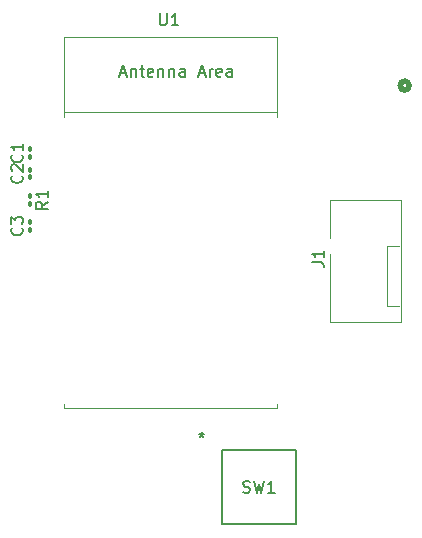
<source format=gbr>
G04 #@! TF.GenerationSoftware,KiCad,Pcbnew,7.0.8*
G04 #@! TF.CreationDate,2024-01-24T14:29:51-05:00*
G04 #@! TF.ProjectId,ESP32 Soil Moisture Sensor,45535033-3220-4536-9f69-6c204d6f6973,rev?*
G04 #@! TF.SameCoordinates,Original*
G04 #@! TF.FileFunction,Legend,Top*
G04 #@! TF.FilePolarity,Positive*
%FSLAX46Y46*%
G04 Gerber Fmt 4.6, Leading zero omitted, Abs format (unit mm)*
G04 Created by KiCad (PCBNEW 7.0.8) date 2024-01-24 14:29:51*
%MOMM*%
%LPD*%
G01*
G04 APERTURE LIST*
G04 Aperture macros list*
%AMRoundRect*
0 Rectangle with rounded corners*
0 $1 Rounding radius*
0 $2 $3 $4 $5 $6 $7 $8 $9 X,Y pos of 4 corners*
0 Add a 4 corners polygon primitive as box body*
4,1,4,$2,$3,$4,$5,$6,$7,$8,$9,$2,$3,0*
0 Add four circle primitives for the rounded corners*
1,1,$1+$1,$2,$3*
1,1,$1+$1,$4,$5*
1,1,$1+$1,$6,$7*
1,1,$1+$1,$8,$9*
0 Add four rect primitives between the rounded corners*
20,1,$1+$1,$2,$3,$4,$5,0*
20,1,$1+$1,$4,$5,$6,$7,0*
20,1,$1+$1,$6,$7,$8,$9,0*
20,1,$1+$1,$8,$9,$2,$3,0*%
G04 Aperture macros list end*
%ADD10C,0.150000*%
%ADD11C,0.152400*%
%ADD12C,0.508000*%
%ADD13C,0.120000*%
%ADD14R,1.524000X0.762000*%
%ADD15C,1.100000*%
%ADD16R,2.030000X1.730000*%
%ADD17O,2.030000X1.730000*%
%ADD18C,1.320800*%
%ADD19RoundRect,0.100000X0.100000X-0.130000X0.100000X0.130000X-0.100000X0.130000X-0.100000X-0.130000X0*%
%ADD20R,1.500000X0.900000*%
%ADD21R,0.900000X0.900000*%
%ADD22RoundRect,0.100000X-0.100000X0.130000X-0.100000X-0.130000X0.100000X-0.130000X0.100000X0.130000X0*%
G04 APERTURE END LIST*
D10*
X151066667Y-98407200D02*
X151209524Y-98454819D01*
X151209524Y-98454819D02*
X151447619Y-98454819D01*
X151447619Y-98454819D02*
X151542857Y-98407200D01*
X151542857Y-98407200D02*
X151590476Y-98359580D01*
X151590476Y-98359580D02*
X151638095Y-98264342D01*
X151638095Y-98264342D02*
X151638095Y-98169104D01*
X151638095Y-98169104D02*
X151590476Y-98073866D01*
X151590476Y-98073866D02*
X151542857Y-98026247D01*
X151542857Y-98026247D02*
X151447619Y-97978628D01*
X151447619Y-97978628D02*
X151257143Y-97931009D01*
X151257143Y-97931009D02*
X151161905Y-97883390D01*
X151161905Y-97883390D02*
X151114286Y-97835771D01*
X151114286Y-97835771D02*
X151066667Y-97740533D01*
X151066667Y-97740533D02*
X151066667Y-97645295D01*
X151066667Y-97645295D02*
X151114286Y-97550057D01*
X151114286Y-97550057D02*
X151161905Y-97502438D01*
X151161905Y-97502438D02*
X151257143Y-97454819D01*
X151257143Y-97454819D02*
X151495238Y-97454819D01*
X151495238Y-97454819D02*
X151638095Y-97502438D01*
X151971429Y-97454819D02*
X152209524Y-98454819D01*
X152209524Y-98454819D02*
X152400000Y-97740533D01*
X152400000Y-97740533D02*
X152590476Y-98454819D01*
X152590476Y-98454819D02*
X152828572Y-97454819D01*
X153733333Y-98454819D02*
X153161905Y-98454819D01*
X153447619Y-98454819D02*
X153447619Y-97454819D01*
X153447619Y-97454819D02*
X153352381Y-97597676D01*
X153352381Y-97597676D02*
X153257143Y-97692914D01*
X153257143Y-97692914D02*
X153161905Y-97740533D01*
X147548600Y-93301919D02*
X147548600Y-93540014D01*
X147310505Y-93444776D02*
X147548600Y-93540014D01*
X147548600Y-93540014D02*
X147786695Y-93444776D01*
X147405743Y-93730490D02*
X147548600Y-93540014D01*
X147548600Y-93540014D02*
X147691457Y-93730490D01*
X147548600Y-93301919D02*
X147548600Y-93540014D01*
X147310505Y-93444776D02*
X147548600Y-93540014D01*
X147548600Y-93540014D02*
X147786695Y-93444776D01*
X147405743Y-93730490D02*
X147548600Y-93540014D01*
X147548600Y-93540014D02*
X147691457Y-93730490D01*
X156904819Y-78953333D02*
X157619104Y-78953333D01*
X157619104Y-78953333D02*
X157761961Y-79000952D01*
X157761961Y-79000952D02*
X157857200Y-79096190D01*
X157857200Y-79096190D02*
X157904819Y-79239047D01*
X157904819Y-79239047D02*
X157904819Y-79334285D01*
X157904819Y-77953333D02*
X157904819Y-78524761D01*
X157904819Y-78239047D02*
X156904819Y-78239047D01*
X156904819Y-78239047D02*
X157047676Y-78334285D01*
X157047676Y-78334285D02*
X157142914Y-78429523D01*
X157142914Y-78429523D02*
X157190533Y-78524761D01*
X132314580Y-76021666D02*
X132362200Y-76069285D01*
X132362200Y-76069285D02*
X132409819Y-76212142D01*
X132409819Y-76212142D02*
X132409819Y-76307380D01*
X132409819Y-76307380D02*
X132362200Y-76450237D01*
X132362200Y-76450237D02*
X132266961Y-76545475D01*
X132266961Y-76545475D02*
X132171723Y-76593094D01*
X132171723Y-76593094D02*
X131981247Y-76640713D01*
X131981247Y-76640713D02*
X131838390Y-76640713D01*
X131838390Y-76640713D02*
X131647914Y-76593094D01*
X131647914Y-76593094D02*
X131552676Y-76545475D01*
X131552676Y-76545475D02*
X131457438Y-76450237D01*
X131457438Y-76450237D02*
X131409819Y-76307380D01*
X131409819Y-76307380D02*
X131409819Y-76212142D01*
X131409819Y-76212142D02*
X131457438Y-76069285D01*
X131457438Y-76069285D02*
X131505057Y-76021666D01*
X131409819Y-75688332D02*
X131409819Y-75069285D01*
X131409819Y-75069285D02*
X131790771Y-75402618D01*
X131790771Y-75402618D02*
X131790771Y-75259761D01*
X131790771Y-75259761D02*
X131838390Y-75164523D01*
X131838390Y-75164523D02*
X131886009Y-75116904D01*
X131886009Y-75116904D02*
X131981247Y-75069285D01*
X131981247Y-75069285D02*
X132219342Y-75069285D01*
X132219342Y-75069285D02*
X132314580Y-75116904D01*
X132314580Y-75116904D02*
X132362200Y-75164523D01*
X132362200Y-75164523D02*
X132409819Y-75259761D01*
X132409819Y-75259761D02*
X132409819Y-75545475D01*
X132409819Y-75545475D02*
X132362200Y-75640713D01*
X132362200Y-75640713D02*
X132314580Y-75688332D01*
X144018095Y-57874819D02*
X144018095Y-58684342D01*
X144018095Y-58684342D02*
X144065714Y-58779580D01*
X144065714Y-58779580D02*
X144113333Y-58827200D01*
X144113333Y-58827200D02*
X144208571Y-58874819D01*
X144208571Y-58874819D02*
X144399047Y-58874819D01*
X144399047Y-58874819D02*
X144494285Y-58827200D01*
X144494285Y-58827200D02*
X144541904Y-58779580D01*
X144541904Y-58779580D02*
X144589523Y-58684342D01*
X144589523Y-58684342D02*
X144589523Y-57874819D01*
X145589523Y-58874819D02*
X145018095Y-58874819D01*
X145303809Y-58874819D02*
X145303809Y-57874819D01*
X145303809Y-57874819D02*
X145208571Y-58017676D01*
X145208571Y-58017676D02*
X145113333Y-58112914D01*
X145113333Y-58112914D02*
X145018095Y-58160533D01*
X140658094Y-62939104D02*
X141134284Y-62939104D01*
X140562856Y-63224819D02*
X140896189Y-62224819D01*
X140896189Y-62224819D02*
X141229522Y-63224819D01*
X141562856Y-62558152D02*
X141562856Y-63224819D01*
X141562856Y-62653390D02*
X141610475Y-62605771D01*
X141610475Y-62605771D02*
X141705713Y-62558152D01*
X141705713Y-62558152D02*
X141848570Y-62558152D01*
X141848570Y-62558152D02*
X141943808Y-62605771D01*
X141943808Y-62605771D02*
X141991427Y-62701009D01*
X141991427Y-62701009D02*
X141991427Y-63224819D01*
X142324761Y-62558152D02*
X142705713Y-62558152D01*
X142467618Y-62224819D02*
X142467618Y-63081961D01*
X142467618Y-63081961D02*
X142515237Y-63177200D01*
X142515237Y-63177200D02*
X142610475Y-63224819D01*
X142610475Y-63224819D02*
X142705713Y-63224819D01*
X143419999Y-63177200D02*
X143324761Y-63224819D01*
X143324761Y-63224819D02*
X143134285Y-63224819D01*
X143134285Y-63224819D02*
X143039047Y-63177200D01*
X143039047Y-63177200D02*
X142991428Y-63081961D01*
X142991428Y-63081961D02*
X142991428Y-62701009D01*
X142991428Y-62701009D02*
X143039047Y-62605771D01*
X143039047Y-62605771D02*
X143134285Y-62558152D01*
X143134285Y-62558152D02*
X143324761Y-62558152D01*
X143324761Y-62558152D02*
X143419999Y-62605771D01*
X143419999Y-62605771D02*
X143467618Y-62701009D01*
X143467618Y-62701009D02*
X143467618Y-62796247D01*
X143467618Y-62796247D02*
X142991428Y-62891485D01*
X143896190Y-62558152D02*
X143896190Y-63224819D01*
X143896190Y-62653390D02*
X143943809Y-62605771D01*
X143943809Y-62605771D02*
X144039047Y-62558152D01*
X144039047Y-62558152D02*
X144181904Y-62558152D01*
X144181904Y-62558152D02*
X144277142Y-62605771D01*
X144277142Y-62605771D02*
X144324761Y-62701009D01*
X144324761Y-62701009D02*
X144324761Y-63224819D01*
X144800952Y-62558152D02*
X144800952Y-63224819D01*
X144800952Y-62653390D02*
X144848571Y-62605771D01*
X144848571Y-62605771D02*
X144943809Y-62558152D01*
X144943809Y-62558152D02*
X145086666Y-62558152D01*
X145086666Y-62558152D02*
X145181904Y-62605771D01*
X145181904Y-62605771D02*
X145229523Y-62701009D01*
X145229523Y-62701009D02*
X145229523Y-63224819D01*
X146134285Y-63224819D02*
X146134285Y-62701009D01*
X146134285Y-62701009D02*
X146086666Y-62605771D01*
X146086666Y-62605771D02*
X145991428Y-62558152D01*
X145991428Y-62558152D02*
X145800952Y-62558152D01*
X145800952Y-62558152D02*
X145705714Y-62605771D01*
X146134285Y-63177200D02*
X146039047Y-63224819D01*
X146039047Y-63224819D02*
X145800952Y-63224819D01*
X145800952Y-63224819D02*
X145705714Y-63177200D01*
X145705714Y-63177200D02*
X145658095Y-63081961D01*
X145658095Y-63081961D02*
X145658095Y-62986723D01*
X145658095Y-62986723D02*
X145705714Y-62891485D01*
X145705714Y-62891485D02*
X145800952Y-62843866D01*
X145800952Y-62843866D02*
X146039047Y-62843866D01*
X146039047Y-62843866D02*
X146134285Y-62796247D01*
X147324762Y-62939104D02*
X147800952Y-62939104D01*
X147229524Y-63224819D02*
X147562857Y-62224819D01*
X147562857Y-62224819D02*
X147896190Y-63224819D01*
X148229524Y-63224819D02*
X148229524Y-62558152D01*
X148229524Y-62748628D02*
X148277143Y-62653390D01*
X148277143Y-62653390D02*
X148324762Y-62605771D01*
X148324762Y-62605771D02*
X148420000Y-62558152D01*
X148420000Y-62558152D02*
X148515238Y-62558152D01*
X149229524Y-63177200D02*
X149134286Y-63224819D01*
X149134286Y-63224819D02*
X148943810Y-63224819D01*
X148943810Y-63224819D02*
X148848572Y-63177200D01*
X148848572Y-63177200D02*
X148800953Y-63081961D01*
X148800953Y-63081961D02*
X148800953Y-62701009D01*
X148800953Y-62701009D02*
X148848572Y-62605771D01*
X148848572Y-62605771D02*
X148943810Y-62558152D01*
X148943810Y-62558152D02*
X149134286Y-62558152D01*
X149134286Y-62558152D02*
X149229524Y-62605771D01*
X149229524Y-62605771D02*
X149277143Y-62701009D01*
X149277143Y-62701009D02*
X149277143Y-62796247D01*
X149277143Y-62796247D02*
X148800953Y-62891485D01*
X150134286Y-63224819D02*
X150134286Y-62701009D01*
X150134286Y-62701009D02*
X150086667Y-62605771D01*
X150086667Y-62605771D02*
X149991429Y-62558152D01*
X149991429Y-62558152D02*
X149800953Y-62558152D01*
X149800953Y-62558152D02*
X149705715Y-62605771D01*
X150134286Y-63177200D02*
X150039048Y-63224819D01*
X150039048Y-63224819D02*
X149800953Y-63224819D01*
X149800953Y-63224819D02*
X149705715Y-63177200D01*
X149705715Y-63177200D02*
X149658096Y-63081961D01*
X149658096Y-63081961D02*
X149658096Y-62986723D01*
X149658096Y-62986723D02*
X149705715Y-62891485D01*
X149705715Y-62891485D02*
X149800953Y-62843866D01*
X149800953Y-62843866D02*
X150039048Y-62843866D01*
X150039048Y-62843866D02*
X150134286Y-62796247D01*
X132314580Y-71596666D02*
X132362200Y-71644285D01*
X132362200Y-71644285D02*
X132409819Y-71787142D01*
X132409819Y-71787142D02*
X132409819Y-71882380D01*
X132409819Y-71882380D02*
X132362200Y-72025237D01*
X132362200Y-72025237D02*
X132266961Y-72120475D01*
X132266961Y-72120475D02*
X132171723Y-72168094D01*
X132171723Y-72168094D02*
X131981247Y-72215713D01*
X131981247Y-72215713D02*
X131838390Y-72215713D01*
X131838390Y-72215713D02*
X131647914Y-72168094D01*
X131647914Y-72168094D02*
X131552676Y-72120475D01*
X131552676Y-72120475D02*
X131457438Y-72025237D01*
X131457438Y-72025237D02*
X131409819Y-71882380D01*
X131409819Y-71882380D02*
X131409819Y-71787142D01*
X131409819Y-71787142D02*
X131457438Y-71644285D01*
X131457438Y-71644285D02*
X131505057Y-71596666D01*
X131505057Y-71215713D02*
X131457438Y-71168094D01*
X131457438Y-71168094D02*
X131409819Y-71072856D01*
X131409819Y-71072856D02*
X131409819Y-70834761D01*
X131409819Y-70834761D02*
X131457438Y-70739523D01*
X131457438Y-70739523D02*
X131505057Y-70691904D01*
X131505057Y-70691904D02*
X131600295Y-70644285D01*
X131600295Y-70644285D02*
X131695533Y-70644285D01*
X131695533Y-70644285D02*
X131838390Y-70691904D01*
X131838390Y-70691904D02*
X132409819Y-71263332D01*
X132409819Y-71263332D02*
X132409819Y-70644285D01*
X134509819Y-73826666D02*
X134033628Y-74159999D01*
X134509819Y-74398094D02*
X133509819Y-74398094D01*
X133509819Y-74398094D02*
X133509819Y-74017142D01*
X133509819Y-74017142D02*
X133557438Y-73921904D01*
X133557438Y-73921904D02*
X133605057Y-73874285D01*
X133605057Y-73874285D02*
X133700295Y-73826666D01*
X133700295Y-73826666D02*
X133843152Y-73826666D01*
X133843152Y-73826666D02*
X133938390Y-73874285D01*
X133938390Y-73874285D02*
X133986009Y-73921904D01*
X133986009Y-73921904D02*
X134033628Y-74017142D01*
X134033628Y-74017142D02*
X134033628Y-74398094D01*
X134509819Y-72874285D02*
X134509819Y-73445713D01*
X134509819Y-73159999D02*
X133509819Y-73159999D01*
X133509819Y-73159999D02*
X133652676Y-73255237D01*
X133652676Y-73255237D02*
X133747914Y-73350475D01*
X133747914Y-73350475D02*
X133795533Y-73445713D01*
X132314580Y-69846666D02*
X132362200Y-69894285D01*
X132362200Y-69894285D02*
X132409819Y-70037142D01*
X132409819Y-70037142D02*
X132409819Y-70132380D01*
X132409819Y-70132380D02*
X132362200Y-70275237D01*
X132362200Y-70275237D02*
X132266961Y-70370475D01*
X132266961Y-70370475D02*
X132171723Y-70418094D01*
X132171723Y-70418094D02*
X131981247Y-70465713D01*
X131981247Y-70465713D02*
X131838390Y-70465713D01*
X131838390Y-70465713D02*
X131647914Y-70418094D01*
X131647914Y-70418094D02*
X131552676Y-70370475D01*
X131552676Y-70370475D02*
X131457438Y-70275237D01*
X131457438Y-70275237D02*
X131409819Y-70132380D01*
X131409819Y-70132380D02*
X131409819Y-70037142D01*
X131409819Y-70037142D02*
X131457438Y-69894285D01*
X131457438Y-69894285D02*
X131505057Y-69846666D01*
X132409819Y-68894285D02*
X132409819Y-69465713D01*
X132409819Y-69179999D02*
X131409819Y-69179999D01*
X131409819Y-69179999D02*
X131552676Y-69275237D01*
X131552676Y-69275237D02*
X131647914Y-69370475D01*
X131647914Y-69370475D02*
X131695533Y-69465713D01*
D11*
X149275800Y-101124200D02*
X155524200Y-101124200D01*
X155524200Y-101124200D02*
X155524200Y-94875800D01*
X155524200Y-94875800D02*
X149275800Y-94875800D01*
X149275800Y-94875800D02*
X149275800Y-101124200D01*
D12*
X165127500Y-63982600D02*
G75*
G03*
X165127500Y-63982600I-381000J0D01*
G01*
D13*
X164400000Y-73670000D02*
X164400000Y-83970000D01*
X163290000Y-82620000D02*
X163290000Y-77540000D01*
X158450000Y-76870000D02*
X158450000Y-73670000D01*
X164300000Y-82620000D02*
X163290000Y-82620000D01*
X163290000Y-77540000D02*
X164300000Y-77540000D01*
X158450000Y-73670000D02*
X164400000Y-73670000D01*
X164400000Y-83970000D02*
X158400000Y-83970000D01*
X158400000Y-83970000D02*
X158400000Y-78220000D01*
X135920000Y-59870000D02*
X135920000Y-66665000D01*
X135920000Y-66180000D02*
X153920000Y-66180000D01*
X135920000Y-91270000D02*
X135920000Y-90915000D01*
X135920000Y-91270000D02*
X153920000Y-91270000D01*
X153920000Y-59870000D02*
X135920000Y-59870000D01*
X153920000Y-59915000D02*
X153920000Y-66665000D01*
X153920000Y-91270000D02*
X153920000Y-90915000D01*
%LPC*%
D14*
X147802600Y-95752100D03*
X147802600Y-100247900D03*
X156997400Y-100247900D03*
X156997400Y-95752100D03*
D15*
X165000000Y-90540000D03*
D16*
X162840000Y-95620000D03*
D17*
X162840000Y-93080000D03*
X162840000Y-90540000D03*
X162840000Y-88000000D03*
D18*
X160895101Y-63982600D03*
X158895099Y-63982600D03*
D15*
X158840000Y-77540000D03*
D16*
X161000000Y-82620000D03*
D17*
X161000000Y-80080000D03*
X161000000Y-77540000D03*
X161000000Y-75000000D03*
D19*
X133005000Y-76175000D03*
X133005000Y-75535000D03*
D20*
X136170000Y-67310000D03*
X136170000Y-68580000D03*
X136170000Y-69850000D03*
X136170000Y-71120000D03*
X136170000Y-72390000D03*
X136170000Y-73660000D03*
X136170000Y-74930000D03*
X136170000Y-76200000D03*
X136170000Y-77470000D03*
X136170000Y-78740000D03*
X136170000Y-80010000D03*
X136170000Y-81280000D03*
X136170000Y-82550000D03*
X136170000Y-83820000D03*
X136170000Y-85090000D03*
X136170000Y-86360000D03*
X136170000Y-87630000D03*
X136170000Y-88900000D03*
X136170000Y-90170000D03*
X153670000Y-90170000D03*
X153670000Y-88900000D03*
X153670000Y-87630000D03*
X153670000Y-86360000D03*
X153670000Y-85090000D03*
X153670000Y-83820000D03*
X153670000Y-82550000D03*
X153670000Y-81280000D03*
X153670000Y-80010000D03*
X153670000Y-78740000D03*
X153670000Y-77470000D03*
X153670000Y-76200000D03*
X153670000Y-74930000D03*
X153670000Y-73660000D03*
X153670000Y-72390000D03*
X153670000Y-71120000D03*
X153670000Y-69850000D03*
X153670000Y-68580000D03*
X153670000Y-67310000D03*
D21*
X142015000Y-73705000D03*
X142020000Y-75105000D03*
X142020000Y-76505000D03*
X143420000Y-73705000D03*
X143420000Y-75105000D03*
X143420000Y-76505000D03*
X144820000Y-73705000D03*
X144820000Y-75105000D03*
X144820000Y-76505000D03*
D19*
X133005000Y-71750000D03*
X133005000Y-71110000D03*
D22*
X133005000Y-73340000D03*
X133005000Y-73980000D03*
D19*
X133005000Y-70000000D03*
X133005000Y-69360000D03*
%LPD*%
M02*

</source>
